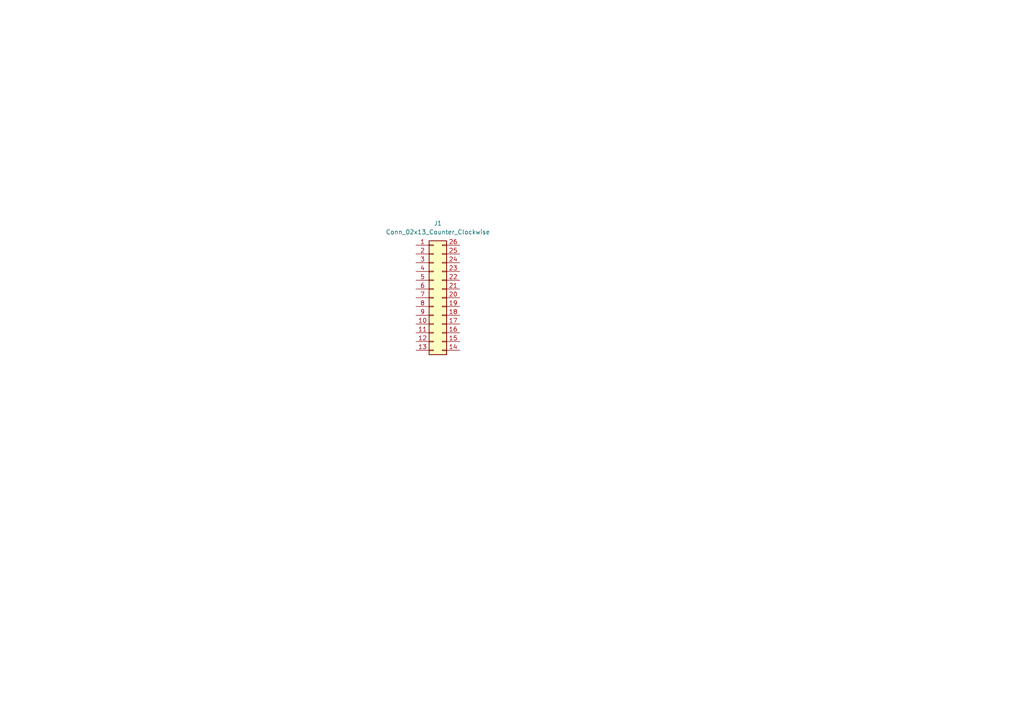
<source format=kicad_sch>
(kicad_sch (version 20250114) (generator "eeschema") (generator_version "9.0")
  (paper "A4")
  (lib_symbols
    (symbol "Connector_Generic:Conn_02x13_Counter_Clockwise" (pin_names (offset 1.016) (hide yes))
      (property "Reference" "J" (at 1.27 17.78 0))
      (property "Value" "Conn_02x13_Counter_Clockwise" (at 1.27 -17.78 0))
      (symbol "Conn_02x13_Counter_Clockwise_1_1"
        (rectangle (start -1.27 16.51) (end 3.81 -16.51) (stroke (width 0.254)) (fill (type background)))
        (rectangle (start -1.27 15.367) (end 0 15.113) (stroke (width 0.1524)))
        (rectangle (start -1.27 12.827) (end 0 12.573) (stroke (width 0.1524)))
        (rectangle (start -1.27 10.287) (end 0 10.033) (stroke (width 0.1524)))
        (rectangle (start -1.27 7.747) (end 0 7.493) (stroke (width 0.1524)))
        (rectangle (start -1.27 5.207) (end 0 4.953) (stroke (width 0.1524)))
        (rectangle (start -1.27 2.667) (end 0 2.413) (stroke (width 0.1524)))
        (rectangle (start -1.27 0.127) (end 0 -0.127) (stroke (width 0.1524)))
        (rectangle (start -1.27 -2.413) (end 0 -2.667) (stroke (width 0.1524)))
        (rectangle (start -1.27 -4.953) (end 0 -5.207) (stroke (width 0.1524)))
        (rectangle (start -1.27 -7.493) (end 0 -7.747) (stroke (width 0.1524)))
        (rectangle (start -1.27 -10.033) (end 0 -10.287) (stroke (width 0.1524)))
        (rectangle (start -1.27 -12.573) (end 0 -12.827) (stroke (width 0.1524)))
        (rectangle (start -1.27 -15.113) (end 0 -15.367) (stroke (width 0.1524)))
        (rectangle (start 3.81 15.367) (end 2.54 15.113) (stroke (width 0.1524)))
        (rectangle (start 3.81 12.827) (end 2.54 12.573) (stroke (width 0.1524)))
        (rectangle (start 3.81 10.287) (end 2.54 10.033) (stroke (width 0.1524)))
        (rectangle (start 3.81 7.747) (end 2.54 7.493) (stroke (width 0.1524)))
        (rectangle (start 3.81 5.207) (end 2.54 4.953) (stroke (width 0.1524)))
        (rectangle (start 3.81 2.667) (end 2.54 2.413) (stroke (width 0.1524)))
        (rectangle (start 3.81 0.127) (end 2.54 -0.127) (stroke (width 0.1524)))
        (rectangle (start 3.81 -2.413) (end 2.54 -2.667) (stroke (width 0.1524)))
        (rectangle (start 3.81 -4.953) (end 2.54 -5.207) (stroke (width 0.1524)))
        (rectangle (start 3.81 -7.493) (end 2.54 -7.747) (stroke (width 0.1524)))
        (rectangle (start 3.81 -10.033) (end 2.54 -10.287) (stroke (width 0.1524)))
        (rectangle (start 3.81 -12.573) (end 2.54 -12.827) (stroke (width 0.1524)))
        (rectangle (start 3.81 -15.113) (end 2.54 -15.367) (stroke (width 0.1524)))
        (pin passive line (at -5.08 15.24 0) (length 3.81) (name "Pin_1") (number "1"))
        (pin passive line (at -5.08 12.7 0) (length 3.81) (name "Pin_2") (number "2"))
        (pin passive line (at -5.08 10.16 0) (length 3.81) (name "Pin_3") (number "3"))
        (pin passive line (at -5.08 7.62 0) (length 3.81) (name "Pin_4") (number "4"))
        (pin passive line (at -5.08 5.08 0) (length 3.81) (name "Pin_5") (number "5"))
        (pin passive line (at -5.08 2.54 0) (length 3.81) (name "Pin_6") (number "6"))
        (pin passive line (at -5.08 0 0) (length 3.81) (name "Pin_7") (number "7"))
        (pin passive line (at -5.08 -2.54 0) (length 3.81) (name "Pin_8") (number "8"))
        (pin passive line (at -5.08 -5.08 0) (length 3.81) (name "Pin_9") (number "9"))
        (pin passive line (at -5.08 -7.62 0) (length 3.81) (name "Pin_10") (number "10"))
        (pin passive line (at -5.08 -10.16 0) (length 3.81) (name "Pin_11") (number "11"))
        (pin passive line (at -5.08 -12.7 0) (length 3.81) (name "Pin_12") (number "12"))
        (pin passive line (at -5.08 -15.24 0) (length 3.81) (name "Pin_13") (number "13"))
        (pin passive line (at 7.62 15.24 180) (length 3.81) (name "Pin_26") (number "26"))
        (pin passive line (at 7.62 12.7 180) (length 3.81) (name "Pin_25") (number "25"))
        (pin passive line (at 7.62 10.16 180) (length 3.81) (name "Pin_24") (number "24"))
        (pin passive line (at 7.62 7.62 180) (length 3.81) (name "Pin_23") (number "23"))
        (pin passive line (at 7.62 5.08 180) (length 3.81) (name "Pin_22") (number "22"))
        (pin passive line (at 7.62 2.54 180) (length 3.81) (name "Pin_21") (number "21"))
        (pin passive line (at 7.62 0 180) (length 3.81) (name "Pin_20") (number "20"))
        (pin passive line (at 7.62 -2.54 180) (length 3.81) (name "Pin_19") (number "19"))
        (pin passive line (at 7.62 -5.08 180) (length 3.81) (name "Pin_18") (number "18"))
        (pin passive line (at 7.62 -7.62 180) (length 3.81) (name "Pin_17") (number "17"))
        (pin passive line (at 7.62 -10.16 180) (length 3.81) (name "Pin_16") (number "16"))
        (pin passive line (at 7.62 -12.7 180) (length 3.81) (name "Pin_15") (number "15"))
        (pin passive line (at 7.62 -15.24 180) (length 3.81) (name "Pin_14") (number "14"))
      )
    )
  )
  (symbol (lib_id "Connector_Generic:Conn_02x13_Counter_Clockwise") (at 125.73 86.36 0) (unit 1)
    (property "Reference" "J1" (at 127 64.77 0))
    (property "Value" "Conn_02x13_Counter_Clockwise" (at 127 67.31 0))
    (property "Footprint" "Connector_IDC:IDC-Header_2x13_P2.54mm_Vertical" (effects (hide yes)))
    (property "Description" "Generic connector, double row, 02x13, counter clockwise pin numbering scheme (similar to DIP package numbering), script generated (kicad-library-utils/schlib/autogen/connector/)" (effects (hide yes)))
  )
)
</source>
